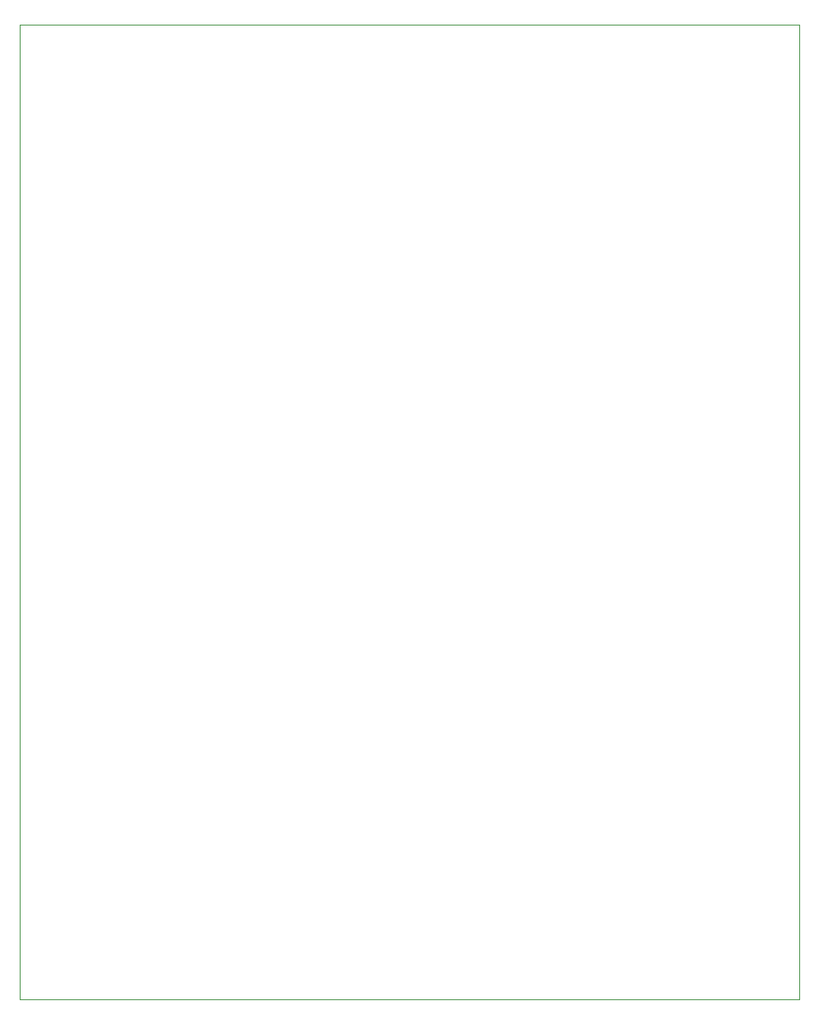
<source format=gbr>
%TF.GenerationSoftware,KiCad,Pcbnew,(6.0.8-1)-1*%
%TF.CreationDate,2023-09-26T17:12:20+03:00*%
%TF.ProjectId,A410_Podule_Ram_RPI,41343130-5f50-46f6-9475-6c655f52616d,rev?*%
%TF.SameCoordinates,Original*%
%TF.FileFunction,Profile,NP*%
%FSLAX46Y46*%
G04 Gerber Fmt 4.6, Leading zero omitted, Abs format (unit mm)*
G04 Created by KiCad (PCBNEW (6.0.8-1)-1) date 2023-09-26 17:12:20*
%MOMM*%
%LPD*%
G01*
G04 APERTURE LIST*
%TA.AperFunction,Profile*%
%ADD10C,0.100000*%
%TD*%
G04 APERTURE END LIST*
D10*
X70104000Y-137668000D02*
X70104000Y-37338000D01*
X150368000Y-137668000D02*
X70104000Y-137668000D01*
X150368000Y-137668000D02*
X150368000Y-37338000D01*
X70104000Y-37338000D02*
X150368000Y-37338000D01*
M02*

</source>
